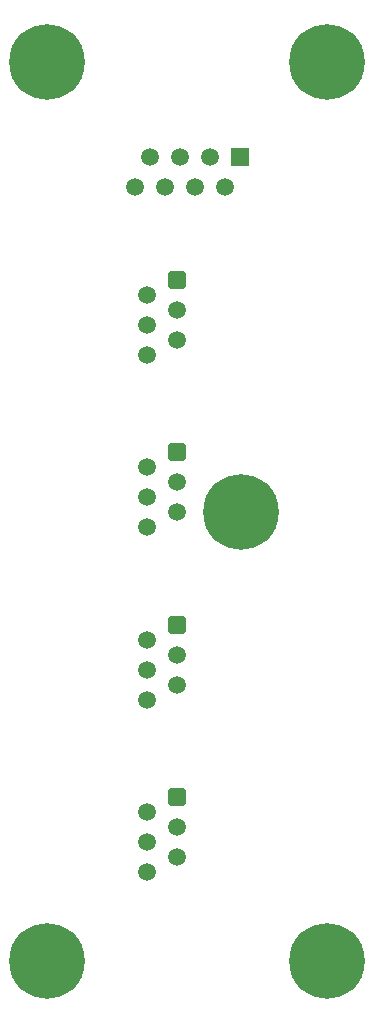
<source format=gbr>
G04 #@! TF.GenerationSoftware,KiCad,Pcbnew,8.0.3*
G04 #@! TF.CreationDate,2024-07-07T19:52:19-07:00*
G04 #@! TF.ProjectId,T568A_to_RJ11_adapter,54353638-415f-4746-9f5f-524a31315f61,1*
G04 #@! TF.SameCoordinates,Original*
G04 #@! TF.FileFunction,Copper,L1,Top*
G04 #@! TF.FilePolarity,Positive*
%FSLAX46Y46*%
G04 Gerber Fmt 4.6, Leading zero omitted, Abs format (unit mm)*
G04 Created by KiCad (PCBNEW 8.0.3) date 2024-07-07 19:52:19*
%MOMM*%
%LPD*%
G01*
G04 APERTURE LIST*
G04 Aperture macros list*
%AMRoundRect*
0 Rectangle with rounded corners*
0 $1 Rounding radius*
0 $2 $3 $4 $5 $6 $7 $8 $9 X,Y pos of 4 corners*
0 Add a 4 corners polygon primitive as box body*
4,1,4,$2,$3,$4,$5,$6,$7,$8,$9,$2,$3,0*
0 Add four circle primitives for the rounded corners*
1,1,$1+$1,$2,$3*
1,1,$1+$1,$4,$5*
1,1,$1+$1,$6,$7*
1,1,$1+$1,$8,$9*
0 Add four rect primitives between the rounded corners*
20,1,$1+$1,$2,$3,$4,$5,0*
20,1,$1+$1,$4,$5,$6,$7,0*
20,1,$1+$1,$6,$7,$8,$9,0*
20,1,$1+$1,$8,$9,$2,$3,0*%
G04 Aperture macros list end*
G04 #@! TA.AperFunction,ComponentPad*
%ADD10RoundRect,0.250000X-0.510000X0.510000X-0.510000X-0.510000X0.510000X-0.510000X0.510000X0.510000X0*%
G04 #@! TD*
G04 #@! TA.AperFunction,ComponentPad*
%ADD11C,1.520000*%
G04 #@! TD*
G04 #@! TA.AperFunction,ComponentPad*
%ADD12C,6.400000*%
G04 #@! TD*
G04 #@! TA.AperFunction,ComponentPad*
%ADD13R,1.500000X1.500000*%
G04 #@! TD*
G04 #@! TA.AperFunction,ComponentPad*
%ADD14C,1.500000*%
G04 #@! TD*
G04 APERTURE END LIST*
D10*
X98110000Y-105733000D03*
D11*
X95570000Y-107003000D03*
X98110000Y-108273000D03*
X95570000Y-109543000D03*
X98110000Y-110813000D03*
X95570000Y-112083000D03*
D10*
X98110000Y-120338000D03*
D11*
X95570000Y-121608000D03*
X98110000Y-122878000D03*
X95570000Y-124148000D03*
X98110000Y-125418000D03*
X95570000Y-126688000D03*
D12*
X110787000Y-58113000D03*
X87038000Y-134186000D03*
X110787000Y-134186000D03*
D10*
X98110000Y-76547000D03*
D11*
X95570000Y-77817000D03*
X98110000Y-79087000D03*
X95570000Y-80357000D03*
X98110000Y-81627000D03*
X95570000Y-82897000D03*
D10*
X98110000Y-91128000D03*
D11*
X95570000Y-92398000D03*
X98110000Y-93668000D03*
X95570000Y-94938000D03*
X98110000Y-96208000D03*
X95570000Y-97478000D03*
D13*
X103385500Y-66134000D03*
D14*
X102115500Y-68674000D03*
X100845500Y-66134000D03*
X99575500Y-68674000D03*
X98305500Y-66134000D03*
X97035500Y-68674000D03*
X95765500Y-66134000D03*
X94495500Y-68674000D03*
D12*
X103500000Y-96149500D03*
X87038000Y-58113000D03*
M02*

</source>
